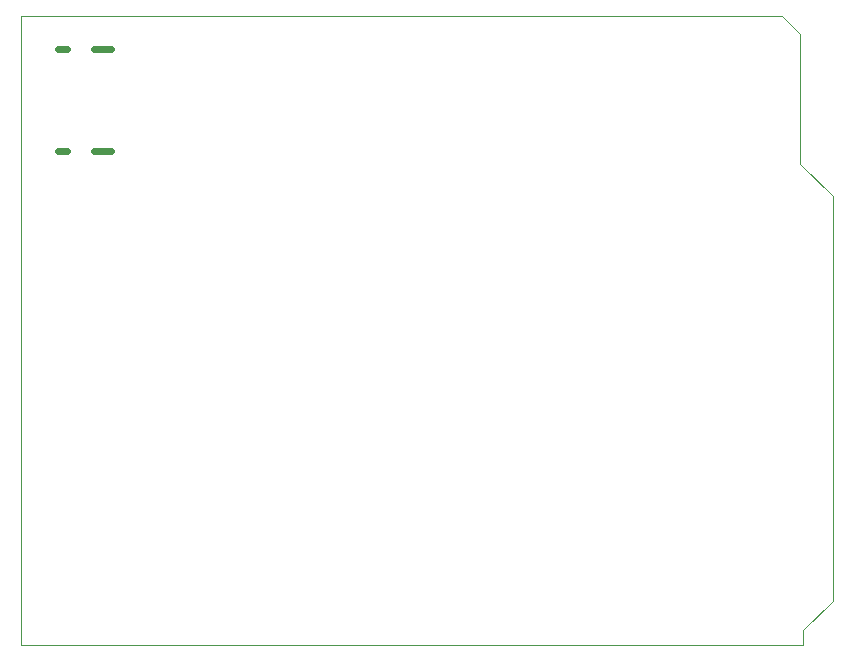
<source format=gbr>
%TF.GenerationSoftware,KiCad,Pcbnew,8.0.5*%
%TF.CreationDate,2024-10-15T22:54:43-04:00*%
%TF.ProjectId,ESP32-Uno-Board-v2,45535033-322d-4556-9e6f-2d426f617264,rev?*%
%TF.SameCoordinates,Original*%
%TF.FileFunction,Profile,NP*%
%FSLAX46Y46*%
G04 Gerber Fmt 4.6, Leading zero omitted, Abs format (unit mm)*
G04 Created by KiCad (PCBNEW 8.0.5) date 2024-10-15 22:54:43*
%MOMM*%
%LPD*%
G01*
G04 APERTURE LIST*
%TA.AperFunction,Profile*%
%ADD10C,0.050000*%
%TD*%
%TA.AperFunction,Profile*%
%ADD11C,0.609600*%
%TD*%
G04 APERTURE END LIST*
D10*
%TO.C,A2*%
X110000000Y-99540000D02*
X174500000Y-99540000D01*
X110000000Y-152790000D02*
X110000000Y-99540000D01*
X174500000Y-99540000D02*
X176000000Y-101040000D01*
X176000000Y-101040000D02*
X176000000Y-112040000D01*
X176000000Y-112040000D02*
X178750000Y-114790000D01*
X176250000Y-151540000D02*
X176250000Y-152790000D01*
X176250000Y-152790000D02*
X110000000Y-152790000D01*
X178750000Y-114790000D02*
X178750000Y-149040000D01*
X178750000Y-149040000D02*
X176250000Y-151540000D01*
D11*
%TO.C,J1*%
X113158866Y-102314459D02*
X113946266Y-102314459D01*
X113158866Y-110964429D02*
X113946266Y-110964429D01*
X116188265Y-102314444D02*
X117686865Y-102314444D01*
X116188266Y-110964429D02*
X117686866Y-110964429D01*
%TD*%
M02*

</source>
